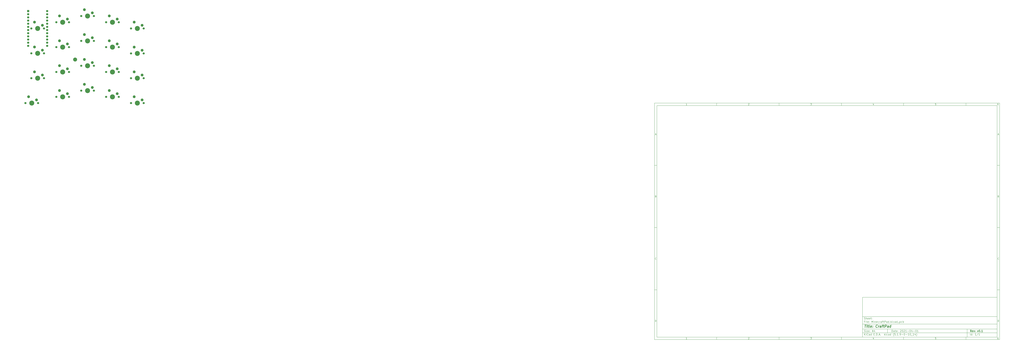
<source format=gbr>
%TF.GenerationSoftware,KiCad,Pcbnew,(5.1.9-0-10_14)*%
%TF.CreationDate,2021-04-02T00:26:10+08:00*%
%TF.ProjectId,MinecraftPad,4d696e65-6372-4616-9674-5061642e6b69,v0.1*%
%TF.SameCoordinates,Original*%
%TF.FileFunction,Soldermask,Bot*%
%TF.FilePolarity,Negative*%
%FSLAX46Y46*%
G04 Gerber Fmt 4.6, Leading zero omitted, Abs format (unit mm)*
G04 Created by KiCad (PCBNEW (5.1.9-0-10_14)) date 2021-04-02 00:26:10*
%MOMM*%
%LPD*%
G01*
G04 APERTURE LIST*
%ADD10C,0.100000*%
%ADD11C,0.150000*%
%ADD12C,0.300000*%
%ADD13C,0.400000*%
%ADD14C,1.700000*%
%ADD15C,4.000000*%
%ADD16C,2.200000*%
%ADD17C,3.200000*%
%ADD18C,1.752600*%
%ADD19R,1.752600X1.752600*%
G04 APERTURE END LIST*
D10*
D11*
X177002200Y-166007200D02*
X177002200Y-198007200D01*
X285002200Y-198007200D01*
X285002200Y-166007200D01*
X177002200Y-166007200D01*
D10*
D11*
X10000000Y-10000000D02*
X10000000Y-200007200D01*
X287002200Y-200007200D01*
X287002200Y-10000000D01*
X10000000Y-10000000D01*
D10*
D11*
X12000000Y-12000000D02*
X12000000Y-198007200D01*
X285002200Y-198007200D01*
X285002200Y-12000000D01*
X12000000Y-12000000D01*
D10*
D11*
X60000000Y-12000000D02*
X60000000Y-10000000D01*
D10*
D11*
X110000000Y-12000000D02*
X110000000Y-10000000D01*
D10*
D11*
X160000000Y-12000000D02*
X160000000Y-10000000D01*
D10*
D11*
X210000000Y-12000000D02*
X210000000Y-10000000D01*
D10*
D11*
X260000000Y-12000000D02*
X260000000Y-10000000D01*
D10*
D11*
X36065476Y-11588095D02*
X35322619Y-11588095D01*
X35694047Y-11588095D02*
X35694047Y-10288095D01*
X35570238Y-10473809D01*
X35446428Y-10597619D01*
X35322619Y-10659523D01*
D10*
D11*
X85322619Y-10411904D02*
X85384523Y-10350000D01*
X85508333Y-10288095D01*
X85817857Y-10288095D01*
X85941666Y-10350000D01*
X86003571Y-10411904D01*
X86065476Y-10535714D01*
X86065476Y-10659523D01*
X86003571Y-10845238D01*
X85260714Y-11588095D01*
X86065476Y-11588095D01*
D10*
D11*
X135260714Y-10288095D02*
X136065476Y-10288095D01*
X135632142Y-10783333D01*
X135817857Y-10783333D01*
X135941666Y-10845238D01*
X136003571Y-10907142D01*
X136065476Y-11030952D01*
X136065476Y-11340476D01*
X136003571Y-11464285D01*
X135941666Y-11526190D01*
X135817857Y-11588095D01*
X135446428Y-11588095D01*
X135322619Y-11526190D01*
X135260714Y-11464285D01*
D10*
D11*
X185941666Y-10721428D02*
X185941666Y-11588095D01*
X185632142Y-10226190D02*
X185322619Y-11154761D01*
X186127380Y-11154761D01*
D10*
D11*
X236003571Y-10288095D02*
X235384523Y-10288095D01*
X235322619Y-10907142D01*
X235384523Y-10845238D01*
X235508333Y-10783333D01*
X235817857Y-10783333D01*
X235941666Y-10845238D01*
X236003571Y-10907142D01*
X236065476Y-11030952D01*
X236065476Y-11340476D01*
X236003571Y-11464285D01*
X235941666Y-11526190D01*
X235817857Y-11588095D01*
X235508333Y-11588095D01*
X235384523Y-11526190D01*
X235322619Y-11464285D01*
D10*
D11*
X285941666Y-10288095D02*
X285694047Y-10288095D01*
X285570238Y-10350000D01*
X285508333Y-10411904D01*
X285384523Y-10597619D01*
X285322619Y-10845238D01*
X285322619Y-11340476D01*
X285384523Y-11464285D01*
X285446428Y-11526190D01*
X285570238Y-11588095D01*
X285817857Y-11588095D01*
X285941666Y-11526190D01*
X286003571Y-11464285D01*
X286065476Y-11340476D01*
X286065476Y-11030952D01*
X286003571Y-10907142D01*
X285941666Y-10845238D01*
X285817857Y-10783333D01*
X285570238Y-10783333D01*
X285446428Y-10845238D01*
X285384523Y-10907142D01*
X285322619Y-11030952D01*
D10*
D11*
X60000000Y-198007200D02*
X60000000Y-200007200D01*
D10*
D11*
X110000000Y-198007200D02*
X110000000Y-200007200D01*
D10*
D11*
X160000000Y-198007200D02*
X160000000Y-200007200D01*
D10*
D11*
X210000000Y-198007200D02*
X210000000Y-200007200D01*
D10*
D11*
X260000000Y-198007200D02*
X260000000Y-200007200D01*
D10*
D11*
X36065476Y-199595295D02*
X35322619Y-199595295D01*
X35694047Y-199595295D02*
X35694047Y-198295295D01*
X35570238Y-198481009D01*
X35446428Y-198604819D01*
X35322619Y-198666723D01*
D10*
D11*
X85322619Y-198419104D02*
X85384523Y-198357200D01*
X85508333Y-198295295D01*
X85817857Y-198295295D01*
X85941666Y-198357200D01*
X86003571Y-198419104D01*
X86065476Y-198542914D01*
X86065476Y-198666723D01*
X86003571Y-198852438D01*
X85260714Y-199595295D01*
X86065476Y-199595295D01*
D10*
D11*
X135260714Y-198295295D02*
X136065476Y-198295295D01*
X135632142Y-198790533D01*
X135817857Y-198790533D01*
X135941666Y-198852438D01*
X136003571Y-198914342D01*
X136065476Y-199038152D01*
X136065476Y-199347676D01*
X136003571Y-199471485D01*
X135941666Y-199533390D01*
X135817857Y-199595295D01*
X135446428Y-199595295D01*
X135322619Y-199533390D01*
X135260714Y-199471485D01*
D10*
D11*
X185941666Y-198728628D02*
X185941666Y-199595295D01*
X185632142Y-198233390D02*
X185322619Y-199161961D01*
X186127380Y-199161961D01*
D10*
D11*
X236003571Y-198295295D02*
X235384523Y-198295295D01*
X235322619Y-198914342D01*
X235384523Y-198852438D01*
X235508333Y-198790533D01*
X235817857Y-198790533D01*
X235941666Y-198852438D01*
X236003571Y-198914342D01*
X236065476Y-199038152D01*
X236065476Y-199347676D01*
X236003571Y-199471485D01*
X235941666Y-199533390D01*
X235817857Y-199595295D01*
X235508333Y-199595295D01*
X235384523Y-199533390D01*
X235322619Y-199471485D01*
D10*
D11*
X285941666Y-198295295D02*
X285694047Y-198295295D01*
X285570238Y-198357200D01*
X285508333Y-198419104D01*
X285384523Y-198604819D01*
X285322619Y-198852438D01*
X285322619Y-199347676D01*
X285384523Y-199471485D01*
X285446428Y-199533390D01*
X285570238Y-199595295D01*
X285817857Y-199595295D01*
X285941666Y-199533390D01*
X286003571Y-199471485D01*
X286065476Y-199347676D01*
X286065476Y-199038152D01*
X286003571Y-198914342D01*
X285941666Y-198852438D01*
X285817857Y-198790533D01*
X285570238Y-198790533D01*
X285446428Y-198852438D01*
X285384523Y-198914342D01*
X285322619Y-199038152D01*
D10*
D11*
X10000000Y-60000000D02*
X12000000Y-60000000D01*
D10*
D11*
X10000000Y-110000000D02*
X12000000Y-110000000D01*
D10*
D11*
X10000000Y-160000000D02*
X12000000Y-160000000D01*
D10*
D11*
X10690476Y-35216666D02*
X11309523Y-35216666D01*
X10566666Y-35588095D02*
X11000000Y-34288095D01*
X11433333Y-35588095D01*
D10*
D11*
X11092857Y-84907142D02*
X11278571Y-84969047D01*
X11340476Y-85030952D01*
X11402380Y-85154761D01*
X11402380Y-85340476D01*
X11340476Y-85464285D01*
X11278571Y-85526190D01*
X11154761Y-85588095D01*
X10659523Y-85588095D01*
X10659523Y-84288095D01*
X11092857Y-84288095D01*
X11216666Y-84350000D01*
X11278571Y-84411904D01*
X11340476Y-84535714D01*
X11340476Y-84659523D01*
X11278571Y-84783333D01*
X11216666Y-84845238D01*
X11092857Y-84907142D01*
X10659523Y-84907142D01*
D10*
D11*
X11402380Y-135464285D02*
X11340476Y-135526190D01*
X11154761Y-135588095D01*
X11030952Y-135588095D01*
X10845238Y-135526190D01*
X10721428Y-135402380D01*
X10659523Y-135278571D01*
X10597619Y-135030952D01*
X10597619Y-134845238D01*
X10659523Y-134597619D01*
X10721428Y-134473809D01*
X10845238Y-134350000D01*
X11030952Y-134288095D01*
X11154761Y-134288095D01*
X11340476Y-134350000D01*
X11402380Y-134411904D01*
D10*
D11*
X10659523Y-185588095D02*
X10659523Y-184288095D01*
X10969047Y-184288095D01*
X11154761Y-184350000D01*
X11278571Y-184473809D01*
X11340476Y-184597619D01*
X11402380Y-184845238D01*
X11402380Y-185030952D01*
X11340476Y-185278571D01*
X11278571Y-185402380D01*
X11154761Y-185526190D01*
X10969047Y-185588095D01*
X10659523Y-185588095D01*
D10*
D11*
X287002200Y-60000000D02*
X285002200Y-60000000D01*
D10*
D11*
X287002200Y-110000000D02*
X285002200Y-110000000D01*
D10*
D11*
X287002200Y-160000000D02*
X285002200Y-160000000D01*
D10*
D11*
X285692676Y-35216666D02*
X286311723Y-35216666D01*
X285568866Y-35588095D02*
X286002200Y-34288095D01*
X286435533Y-35588095D01*
D10*
D11*
X286095057Y-84907142D02*
X286280771Y-84969047D01*
X286342676Y-85030952D01*
X286404580Y-85154761D01*
X286404580Y-85340476D01*
X286342676Y-85464285D01*
X286280771Y-85526190D01*
X286156961Y-85588095D01*
X285661723Y-85588095D01*
X285661723Y-84288095D01*
X286095057Y-84288095D01*
X286218866Y-84350000D01*
X286280771Y-84411904D01*
X286342676Y-84535714D01*
X286342676Y-84659523D01*
X286280771Y-84783333D01*
X286218866Y-84845238D01*
X286095057Y-84907142D01*
X285661723Y-84907142D01*
D10*
D11*
X286404580Y-135464285D02*
X286342676Y-135526190D01*
X286156961Y-135588095D01*
X286033152Y-135588095D01*
X285847438Y-135526190D01*
X285723628Y-135402380D01*
X285661723Y-135278571D01*
X285599819Y-135030952D01*
X285599819Y-134845238D01*
X285661723Y-134597619D01*
X285723628Y-134473809D01*
X285847438Y-134350000D01*
X286033152Y-134288095D01*
X286156961Y-134288095D01*
X286342676Y-134350000D01*
X286404580Y-134411904D01*
D10*
D11*
X285661723Y-185588095D02*
X285661723Y-184288095D01*
X285971247Y-184288095D01*
X286156961Y-184350000D01*
X286280771Y-184473809D01*
X286342676Y-184597619D01*
X286404580Y-184845238D01*
X286404580Y-185030952D01*
X286342676Y-185278571D01*
X286280771Y-185402380D01*
X286156961Y-185526190D01*
X285971247Y-185588095D01*
X285661723Y-185588095D01*
D10*
D11*
X200434342Y-193785771D02*
X200434342Y-192285771D01*
X200791485Y-192285771D01*
X201005771Y-192357200D01*
X201148628Y-192500057D01*
X201220057Y-192642914D01*
X201291485Y-192928628D01*
X201291485Y-193142914D01*
X201220057Y-193428628D01*
X201148628Y-193571485D01*
X201005771Y-193714342D01*
X200791485Y-193785771D01*
X200434342Y-193785771D01*
X202577200Y-193785771D02*
X202577200Y-193000057D01*
X202505771Y-192857200D01*
X202362914Y-192785771D01*
X202077200Y-192785771D01*
X201934342Y-192857200D01*
X202577200Y-193714342D02*
X202434342Y-193785771D01*
X202077200Y-193785771D01*
X201934342Y-193714342D01*
X201862914Y-193571485D01*
X201862914Y-193428628D01*
X201934342Y-193285771D01*
X202077200Y-193214342D01*
X202434342Y-193214342D01*
X202577200Y-193142914D01*
X203077200Y-192785771D02*
X203648628Y-192785771D01*
X203291485Y-192285771D02*
X203291485Y-193571485D01*
X203362914Y-193714342D01*
X203505771Y-193785771D01*
X203648628Y-193785771D01*
X204720057Y-193714342D02*
X204577200Y-193785771D01*
X204291485Y-193785771D01*
X204148628Y-193714342D01*
X204077200Y-193571485D01*
X204077200Y-193000057D01*
X204148628Y-192857200D01*
X204291485Y-192785771D01*
X204577200Y-192785771D01*
X204720057Y-192857200D01*
X204791485Y-193000057D01*
X204791485Y-193142914D01*
X204077200Y-193285771D01*
X205434342Y-193642914D02*
X205505771Y-193714342D01*
X205434342Y-193785771D01*
X205362914Y-193714342D01*
X205434342Y-193642914D01*
X205434342Y-193785771D01*
X205434342Y-192857200D02*
X205505771Y-192928628D01*
X205434342Y-193000057D01*
X205362914Y-192928628D01*
X205434342Y-192857200D01*
X205434342Y-193000057D01*
X207220057Y-192428628D02*
X207291485Y-192357200D01*
X207434342Y-192285771D01*
X207791485Y-192285771D01*
X207934342Y-192357200D01*
X208005771Y-192428628D01*
X208077200Y-192571485D01*
X208077200Y-192714342D01*
X208005771Y-192928628D01*
X207148628Y-193785771D01*
X208077200Y-193785771D01*
X209005771Y-192285771D02*
X209148628Y-192285771D01*
X209291485Y-192357200D01*
X209362914Y-192428628D01*
X209434342Y-192571485D01*
X209505771Y-192857200D01*
X209505771Y-193214342D01*
X209434342Y-193500057D01*
X209362914Y-193642914D01*
X209291485Y-193714342D01*
X209148628Y-193785771D01*
X209005771Y-193785771D01*
X208862914Y-193714342D01*
X208791485Y-193642914D01*
X208720057Y-193500057D01*
X208648628Y-193214342D01*
X208648628Y-192857200D01*
X208720057Y-192571485D01*
X208791485Y-192428628D01*
X208862914Y-192357200D01*
X209005771Y-192285771D01*
X210077200Y-192428628D02*
X210148628Y-192357200D01*
X210291485Y-192285771D01*
X210648628Y-192285771D01*
X210791485Y-192357200D01*
X210862914Y-192428628D01*
X210934342Y-192571485D01*
X210934342Y-192714342D01*
X210862914Y-192928628D01*
X210005771Y-193785771D01*
X210934342Y-193785771D01*
X212362914Y-193785771D02*
X211505771Y-193785771D01*
X211934342Y-193785771D02*
X211934342Y-192285771D01*
X211791485Y-192500057D01*
X211648628Y-192642914D01*
X211505771Y-192714342D01*
X213005771Y-193214342D02*
X214148628Y-193214342D01*
X215148628Y-192285771D02*
X215291485Y-192285771D01*
X215434342Y-192357200D01*
X215505771Y-192428628D01*
X215577200Y-192571485D01*
X215648628Y-192857200D01*
X215648628Y-193214342D01*
X215577200Y-193500057D01*
X215505771Y-193642914D01*
X215434342Y-193714342D01*
X215291485Y-193785771D01*
X215148628Y-193785771D01*
X215005771Y-193714342D01*
X214934342Y-193642914D01*
X214862914Y-193500057D01*
X214791485Y-193214342D01*
X214791485Y-192857200D01*
X214862914Y-192571485D01*
X214934342Y-192428628D01*
X215005771Y-192357200D01*
X215148628Y-192285771D01*
X216934342Y-192785771D02*
X216934342Y-193785771D01*
X216577200Y-192214342D02*
X216220057Y-193285771D01*
X217148628Y-193285771D01*
X217720057Y-193214342D02*
X218862914Y-193214342D01*
X219862914Y-192285771D02*
X220005771Y-192285771D01*
X220148628Y-192357200D01*
X220220057Y-192428628D01*
X220291485Y-192571485D01*
X220362914Y-192857200D01*
X220362914Y-193214342D01*
X220291485Y-193500057D01*
X220220057Y-193642914D01*
X220148628Y-193714342D01*
X220005771Y-193785771D01*
X219862914Y-193785771D01*
X219720057Y-193714342D01*
X219648628Y-193642914D01*
X219577200Y-193500057D01*
X219505771Y-193214342D01*
X219505771Y-192857200D01*
X219577200Y-192571485D01*
X219648628Y-192428628D01*
X219720057Y-192357200D01*
X219862914Y-192285771D01*
X221791485Y-193785771D02*
X220934342Y-193785771D01*
X221362914Y-193785771D02*
X221362914Y-192285771D01*
X221220057Y-192500057D01*
X221077200Y-192642914D01*
X220934342Y-192714342D01*
D10*
D11*
X177002200Y-194507200D02*
X285002200Y-194507200D01*
D10*
D11*
X178434342Y-196585771D02*
X178434342Y-195085771D01*
X179291485Y-196585771D02*
X178648628Y-195728628D01*
X179291485Y-195085771D02*
X178434342Y-195942914D01*
X179934342Y-196585771D02*
X179934342Y-195585771D01*
X179934342Y-195085771D02*
X179862914Y-195157200D01*
X179934342Y-195228628D01*
X180005771Y-195157200D01*
X179934342Y-195085771D01*
X179934342Y-195228628D01*
X181505771Y-196442914D02*
X181434342Y-196514342D01*
X181220057Y-196585771D01*
X181077200Y-196585771D01*
X180862914Y-196514342D01*
X180720057Y-196371485D01*
X180648628Y-196228628D01*
X180577200Y-195942914D01*
X180577200Y-195728628D01*
X180648628Y-195442914D01*
X180720057Y-195300057D01*
X180862914Y-195157200D01*
X181077200Y-195085771D01*
X181220057Y-195085771D01*
X181434342Y-195157200D01*
X181505771Y-195228628D01*
X182791485Y-196585771D02*
X182791485Y-195800057D01*
X182720057Y-195657200D01*
X182577200Y-195585771D01*
X182291485Y-195585771D01*
X182148628Y-195657200D01*
X182791485Y-196514342D02*
X182648628Y-196585771D01*
X182291485Y-196585771D01*
X182148628Y-196514342D01*
X182077200Y-196371485D01*
X182077200Y-196228628D01*
X182148628Y-196085771D01*
X182291485Y-196014342D01*
X182648628Y-196014342D01*
X182791485Y-195942914D01*
X184148628Y-196585771D02*
X184148628Y-195085771D01*
X184148628Y-196514342D02*
X184005771Y-196585771D01*
X183720057Y-196585771D01*
X183577200Y-196514342D01*
X183505771Y-196442914D01*
X183434342Y-196300057D01*
X183434342Y-195871485D01*
X183505771Y-195728628D01*
X183577200Y-195657200D01*
X183720057Y-195585771D01*
X184005771Y-195585771D01*
X184148628Y-195657200D01*
X186005771Y-195800057D02*
X186505771Y-195800057D01*
X186720057Y-196585771D02*
X186005771Y-196585771D01*
X186005771Y-195085771D01*
X186720057Y-195085771D01*
X187362914Y-196442914D02*
X187434342Y-196514342D01*
X187362914Y-196585771D01*
X187291485Y-196514342D01*
X187362914Y-196442914D01*
X187362914Y-196585771D01*
X188077200Y-196585771D02*
X188077200Y-195085771D01*
X188434342Y-195085771D01*
X188648628Y-195157200D01*
X188791485Y-195300057D01*
X188862914Y-195442914D01*
X188934342Y-195728628D01*
X188934342Y-195942914D01*
X188862914Y-196228628D01*
X188791485Y-196371485D01*
X188648628Y-196514342D01*
X188434342Y-196585771D01*
X188077200Y-196585771D01*
X189577200Y-196442914D02*
X189648628Y-196514342D01*
X189577200Y-196585771D01*
X189505771Y-196514342D01*
X189577200Y-196442914D01*
X189577200Y-196585771D01*
X190220057Y-196157200D02*
X190934342Y-196157200D01*
X190077200Y-196585771D02*
X190577200Y-195085771D01*
X191077200Y-196585771D01*
X191577200Y-196442914D02*
X191648628Y-196514342D01*
X191577200Y-196585771D01*
X191505771Y-196514342D01*
X191577200Y-196442914D01*
X191577200Y-196585771D01*
X194577200Y-196585771D02*
X194577200Y-195085771D01*
X194720057Y-196014342D02*
X195148628Y-196585771D01*
X195148628Y-195585771D02*
X194577200Y-196157200D01*
X195791485Y-196585771D02*
X195791485Y-195585771D01*
X195791485Y-195085771D02*
X195720057Y-195157200D01*
X195791485Y-195228628D01*
X195862914Y-195157200D01*
X195791485Y-195085771D01*
X195791485Y-195228628D01*
X197148628Y-196514342D02*
X197005771Y-196585771D01*
X196720057Y-196585771D01*
X196577200Y-196514342D01*
X196505771Y-196442914D01*
X196434342Y-196300057D01*
X196434342Y-195871485D01*
X196505771Y-195728628D01*
X196577200Y-195657200D01*
X196720057Y-195585771D01*
X197005771Y-195585771D01*
X197148628Y-195657200D01*
X198434342Y-196585771D02*
X198434342Y-195800057D01*
X198362914Y-195657200D01*
X198220057Y-195585771D01*
X197934342Y-195585771D01*
X197791485Y-195657200D01*
X198434342Y-196514342D02*
X198291485Y-196585771D01*
X197934342Y-196585771D01*
X197791485Y-196514342D01*
X197720057Y-196371485D01*
X197720057Y-196228628D01*
X197791485Y-196085771D01*
X197934342Y-196014342D01*
X198291485Y-196014342D01*
X198434342Y-195942914D01*
X199791485Y-196585771D02*
X199791485Y-195085771D01*
X199791485Y-196514342D02*
X199648628Y-196585771D01*
X199362914Y-196585771D01*
X199220057Y-196514342D01*
X199148628Y-196442914D01*
X199077200Y-196300057D01*
X199077200Y-195871485D01*
X199148628Y-195728628D01*
X199220057Y-195657200D01*
X199362914Y-195585771D01*
X199648628Y-195585771D01*
X199791485Y-195657200D01*
X202077200Y-197157200D02*
X202005771Y-197085771D01*
X201862914Y-196871485D01*
X201791485Y-196728628D01*
X201720057Y-196514342D01*
X201648628Y-196157200D01*
X201648628Y-195871485D01*
X201720057Y-195514342D01*
X201791485Y-195300057D01*
X201862914Y-195157200D01*
X202005771Y-194942914D01*
X202077200Y-194871485D01*
X203362914Y-195085771D02*
X202648628Y-195085771D01*
X202577200Y-195800057D01*
X202648628Y-195728628D01*
X202791485Y-195657200D01*
X203148628Y-195657200D01*
X203291485Y-195728628D01*
X203362914Y-195800057D01*
X203434342Y-195942914D01*
X203434342Y-196300057D01*
X203362914Y-196442914D01*
X203291485Y-196514342D01*
X203148628Y-196585771D01*
X202791485Y-196585771D01*
X202648628Y-196514342D01*
X202577200Y-196442914D01*
X204077200Y-196442914D02*
X204148628Y-196514342D01*
X204077200Y-196585771D01*
X204005771Y-196514342D01*
X204077200Y-196442914D01*
X204077200Y-196585771D01*
X205577200Y-196585771D02*
X204720057Y-196585771D01*
X205148628Y-196585771D02*
X205148628Y-195085771D01*
X205005771Y-195300057D01*
X204862914Y-195442914D01*
X204720057Y-195514342D01*
X206220057Y-196442914D02*
X206291485Y-196514342D01*
X206220057Y-196585771D01*
X206148628Y-196514342D01*
X206220057Y-196442914D01*
X206220057Y-196585771D01*
X207005771Y-196585771D02*
X207291485Y-196585771D01*
X207434342Y-196514342D01*
X207505771Y-196442914D01*
X207648628Y-196228628D01*
X207720057Y-195942914D01*
X207720057Y-195371485D01*
X207648628Y-195228628D01*
X207577200Y-195157200D01*
X207434342Y-195085771D01*
X207148628Y-195085771D01*
X207005771Y-195157200D01*
X206934342Y-195228628D01*
X206862914Y-195371485D01*
X206862914Y-195728628D01*
X206934342Y-195871485D01*
X207005771Y-195942914D01*
X207148628Y-196014342D01*
X207434342Y-196014342D01*
X207577200Y-195942914D01*
X207648628Y-195871485D01*
X207720057Y-195728628D01*
X208362914Y-196014342D02*
X209505771Y-196014342D01*
X210505771Y-195085771D02*
X210648628Y-195085771D01*
X210791485Y-195157200D01*
X210862914Y-195228628D01*
X210934342Y-195371485D01*
X211005771Y-195657200D01*
X211005771Y-196014342D01*
X210934342Y-196300057D01*
X210862914Y-196442914D01*
X210791485Y-196514342D01*
X210648628Y-196585771D01*
X210505771Y-196585771D01*
X210362914Y-196514342D01*
X210291485Y-196442914D01*
X210220057Y-196300057D01*
X210148628Y-196014342D01*
X210148628Y-195657200D01*
X210220057Y-195371485D01*
X210291485Y-195228628D01*
X210362914Y-195157200D01*
X210505771Y-195085771D01*
X211648628Y-196014342D02*
X212791485Y-196014342D01*
X214291485Y-196585771D02*
X213434342Y-196585771D01*
X213862914Y-196585771D02*
X213862914Y-195085771D01*
X213720057Y-195300057D01*
X213577200Y-195442914D01*
X213434342Y-195514342D01*
X215220057Y-195085771D02*
X215362914Y-195085771D01*
X215505771Y-195157200D01*
X215577200Y-195228628D01*
X215648628Y-195371485D01*
X215720057Y-195657200D01*
X215720057Y-196014342D01*
X215648628Y-196300057D01*
X215577200Y-196442914D01*
X215505771Y-196514342D01*
X215362914Y-196585771D01*
X215220057Y-196585771D01*
X215077200Y-196514342D01*
X215005771Y-196442914D01*
X214934342Y-196300057D01*
X214862914Y-196014342D01*
X214862914Y-195657200D01*
X214934342Y-195371485D01*
X215005771Y-195228628D01*
X215077200Y-195157200D01*
X215220057Y-195085771D01*
X216005771Y-196728628D02*
X217148628Y-196728628D01*
X218291485Y-196585771D02*
X217434342Y-196585771D01*
X217862914Y-196585771D02*
X217862914Y-195085771D01*
X217720057Y-195300057D01*
X217577200Y-195442914D01*
X217434342Y-195514342D01*
X219577200Y-195585771D02*
X219577200Y-196585771D01*
X219220057Y-195014342D02*
X218862914Y-196085771D01*
X219791485Y-196085771D01*
X220220057Y-197157200D02*
X220291485Y-197085771D01*
X220434342Y-196871485D01*
X220505771Y-196728628D01*
X220577200Y-196514342D01*
X220648628Y-196157200D01*
X220648628Y-195871485D01*
X220577200Y-195514342D01*
X220505771Y-195300057D01*
X220434342Y-195157200D01*
X220291485Y-194942914D01*
X220220057Y-194871485D01*
D10*
D11*
X177002200Y-191507200D02*
X285002200Y-191507200D01*
D10*
D12*
X264411485Y-193785771D02*
X263911485Y-193071485D01*
X263554342Y-193785771D02*
X263554342Y-192285771D01*
X264125771Y-192285771D01*
X264268628Y-192357200D01*
X264340057Y-192428628D01*
X264411485Y-192571485D01*
X264411485Y-192785771D01*
X264340057Y-192928628D01*
X264268628Y-193000057D01*
X264125771Y-193071485D01*
X263554342Y-193071485D01*
X265625771Y-193714342D02*
X265482914Y-193785771D01*
X265197200Y-193785771D01*
X265054342Y-193714342D01*
X264982914Y-193571485D01*
X264982914Y-193000057D01*
X265054342Y-192857200D01*
X265197200Y-192785771D01*
X265482914Y-192785771D01*
X265625771Y-192857200D01*
X265697200Y-193000057D01*
X265697200Y-193142914D01*
X264982914Y-193285771D01*
X266197200Y-192785771D02*
X266554342Y-193785771D01*
X266911485Y-192785771D01*
X267482914Y-193642914D02*
X267554342Y-193714342D01*
X267482914Y-193785771D01*
X267411485Y-193714342D01*
X267482914Y-193642914D01*
X267482914Y-193785771D01*
X267482914Y-192857200D02*
X267554342Y-192928628D01*
X267482914Y-193000057D01*
X267411485Y-192928628D01*
X267482914Y-192857200D01*
X267482914Y-193000057D01*
X269197200Y-192785771D02*
X269554342Y-193785771D01*
X269911485Y-192785771D01*
X270768628Y-192285771D02*
X270911485Y-192285771D01*
X271054342Y-192357200D01*
X271125771Y-192428628D01*
X271197200Y-192571485D01*
X271268628Y-192857200D01*
X271268628Y-193214342D01*
X271197200Y-193500057D01*
X271125771Y-193642914D01*
X271054342Y-193714342D01*
X270911485Y-193785771D01*
X270768628Y-193785771D01*
X270625771Y-193714342D01*
X270554342Y-193642914D01*
X270482914Y-193500057D01*
X270411485Y-193214342D01*
X270411485Y-192857200D01*
X270482914Y-192571485D01*
X270554342Y-192428628D01*
X270625771Y-192357200D01*
X270768628Y-192285771D01*
X271911485Y-193642914D02*
X271982914Y-193714342D01*
X271911485Y-193785771D01*
X271840057Y-193714342D01*
X271911485Y-193642914D01*
X271911485Y-193785771D01*
X273411485Y-193785771D02*
X272554342Y-193785771D01*
X272982914Y-193785771D02*
X272982914Y-192285771D01*
X272840057Y-192500057D01*
X272697200Y-192642914D01*
X272554342Y-192714342D01*
D10*
D11*
X178362914Y-193714342D02*
X178577200Y-193785771D01*
X178934342Y-193785771D01*
X179077200Y-193714342D01*
X179148628Y-193642914D01*
X179220057Y-193500057D01*
X179220057Y-193357200D01*
X179148628Y-193214342D01*
X179077200Y-193142914D01*
X178934342Y-193071485D01*
X178648628Y-193000057D01*
X178505771Y-192928628D01*
X178434342Y-192857200D01*
X178362914Y-192714342D01*
X178362914Y-192571485D01*
X178434342Y-192428628D01*
X178505771Y-192357200D01*
X178648628Y-192285771D01*
X179005771Y-192285771D01*
X179220057Y-192357200D01*
X179862914Y-193785771D02*
X179862914Y-192785771D01*
X179862914Y-192285771D02*
X179791485Y-192357200D01*
X179862914Y-192428628D01*
X179934342Y-192357200D01*
X179862914Y-192285771D01*
X179862914Y-192428628D01*
X180434342Y-192785771D02*
X181220057Y-192785771D01*
X180434342Y-193785771D01*
X181220057Y-193785771D01*
X182362914Y-193714342D02*
X182220057Y-193785771D01*
X181934342Y-193785771D01*
X181791485Y-193714342D01*
X181720057Y-193571485D01*
X181720057Y-193000057D01*
X181791485Y-192857200D01*
X181934342Y-192785771D01*
X182220057Y-192785771D01*
X182362914Y-192857200D01*
X182434342Y-193000057D01*
X182434342Y-193142914D01*
X181720057Y-193285771D01*
X183077200Y-193642914D02*
X183148628Y-193714342D01*
X183077200Y-193785771D01*
X183005771Y-193714342D01*
X183077200Y-193642914D01*
X183077200Y-193785771D01*
X183077200Y-192857200D02*
X183148628Y-192928628D01*
X183077200Y-193000057D01*
X183005771Y-192928628D01*
X183077200Y-192857200D01*
X183077200Y-193000057D01*
X184862914Y-193357200D02*
X185577200Y-193357200D01*
X184720057Y-193785771D02*
X185220057Y-192285771D01*
X185720057Y-193785771D01*
X186862914Y-192785771D02*
X186862914Y-193785771D01*
X186505771Y-192214342D02*
X186148628Y-193285771D01*
X187077200Y-193285771D01*
D10*
D11*
X263434342Y-196585771D02*
X263434342Y-195085771D01*
X264791485Y-196585771D02*
X264791485Y-195085771D01*
X264791485Y-196514342D02*
X264648628Y-196585771D01*
X264362914Y-196585771D01*
X264220057Y-196514342D01*
X264148628Y-196442914D01*
X264077200Y-196300057D01*
X264077200Y-195871485D01*
X264148628Y-195728628D01*
X264220057Y-195657200D01*
X264362914Y-195585771D01*
X264648628Y-195585771D01*
X264791485Y-195657200D01*
X265505771Y-196442914D02*
X265577200Y-196514342D01*
X265505771Y-196585771D01*
X265434342Y-196514342D01*
X265505771Y-196442914D01*
X265505771Y-196585771D01*
X265505771Y-195657200D02*
X265577200Y-195728628D01*
X265505771Y-195800057D01*
X265434342Y-195728628D01*
X265505771Y-195657200D01*
X265505771Y-195800057D01*
X268148628Y-196585771D02*
X267291485Y-196585771D01*
X267720057Y-196585771D02*
X267720057Y-195085771D01*
X267577200Y-195300057D01*
X267434342Y-195442914D01*
X267291485Y-195514342D01*
X269862914Y-195014342D02*
X268577200Y-196942914D01*
X271148628Y-196585771D02*
X270291485Y-196585771D01*
X270720057Y-196585771D02*
X270720057Y-195085771D01*
X270577200Y-195300057D01*
X270434342Y-195442914D01*
X270291485Y-195514342D01*
D10*
D11*
X177002200Y-187507200D02*
X285002200Y-187507200D01*
D10*
D13*
X178714580Y-188211961D02*
X179857438Y-188211961D01*
X179036009Y-190211961D02*
X179286009Y-188211961D01*
X180274104Y-190211961D02*
X180440771Y-188878628D01*
X180524104Y-188211961D02*
X180416961Y-188307200D01*
X180500295Y-188402438D01*
X180607438Y-188307200D01*
X180524104Y-188211961D01*
X180500295Y-188402438D01*
X181107438Y-188878628D02*
X181869342Y-188878628D01*
X181476485Y-188211961D02*
X181262200Y-189926247D01*
X181333628Y-190116723D01*
X181512200Y-190211961D01*
X181702676Y-190211961D01*
X182655057Y-190211961D02*
X182476485Y-190116723D01*
X182405057Y-189926247D01*
X182619342Y-188211961D01*
X184190771Y-190116723D02*
X183988390Y-190211961D01*
X183607438Y-190211961D01*
X183428866Y-190116723D01*
X183357438Y-189926247D01*
X183452676Y-189164342D01*
X183571723Y-188973866D01*
X183774104Y-188878628D01*
X184155057Y-188878628D01*
X184333628Y-188973866D01*
X184405057Y-189164342D01*
X184381247Y-189354819D01*
X183405057Y-189545295D01*
X185155057Y-190021485D02*
X185238390Y-190116723D01*
X185131247Y-190211961D01*
X185047914Y-190116723D01*
X185155057Y-190021485D01*
X185131247Y-190211961D01*
X185286009Y-188973866D02*
X185369342Y-189069104D01*
X185262200Y-189164342D01*
X185178866Y-189069104D01*
X185286009Y-188973866D01*
X185262200Y-189164342D01*
X188774104Y-190021485D02*
X188666961Y-190116723D01*
X188369342Y-190211961D01*
X188178866Y-190211961D01*
X187905057Y-190116723D01*
X187738390Y-189926247D01*
X187666961Y-189735771D01*
X187619342Y-189354819D01*
X187655057Y-189069104D01*
X187797914Y-188688152D01*
X187916961Y-188497676D01*
X188131247Y-188307200D01*
X188428866Y-188211961D01*
X188619342Y-188211961D01*
X188893152Y-188307200D01*
X188976485Y-188402438D01*
X189607438Y-190211961D02*
X189774104Y-188878628D01*
X189726485Y-189259580D02*
X189845533Y-189069104D01*
X189952676Y-188973866D01*
X190155057Y-188878628D01*
X190345533Y-188878628D01*
X191702676Y-190211961D02*
X191833628Y-189164342D01*
X191762200Y-188973866D01*
X191583628Y-188878628D01*
X191202676Y-188878628D01*
X191000295Y-188973866D01*
X191714580Y-190116723D02*
X191512200Y-190211961D01*
X191036009Y-190211961D01*
X190857438Y-190116723D01*
X190786009Y-189926247D01*
X190809819Y-189735771D01*
X190928866Y-189545295D01*
X191131247Y-189450057D01*
X191607438Y-189450057D01*
X191809819Y-189354819D01*
X192536009Y-188878628D02*
X193297914Y-188878628D01*
X192655057Y-190211961D02*
X192869342Y-188497676D01*
X192988390Y-188307200D01*
X193190771Y-188211961D01*
X193381247Y-188211961D01*
X193678866Y-188878628D02*
X194440771Y-188878628D01*
X194047914Y-188211961D02*
X193833628Y-189926247D01*
X193905057Y-190116723D01*
X194083628Y-190211961D01*
X194274104Y-190211961D01*
X194940771Y-190211961D02*
X195190771Y-188211961D01*
X195952676Y-188211961D01*
X196131247Y-188307200D01*
X196214580Y-188402438D01*
X196286009Y-188592914D01*
X196250295Y-188878628D01*
X196131247Y-189069104D01*
X196024104Y-189164342D01*
X195821723Y-189259580D01*
X195059819Y-189259580D01*
X197797914Y-190211961D02*
X197928866Y-189164342D01*
X197857438Y-188973866D01*
X197678866Y-188878628D01*
X197297914Y-188878628D01*
X197095533Y-188973866D01*
X197809819Y-190116723D02*
X197607438Y-190211961D01*
X197131247Y-190211961D01*
X196952676Y-190116723D01*
X196881247Y-189926247D01*
X196905057Y-189735771D01*
X197024104Y-189545295D01*
X197226485Y-189450057D01*
X197702676Y-189450057D01*
X197905057Y-189354819D01*
X199607438Y-190211961D02*
X199857438Y-188211961D01*
X199619342Y-190116723D02*
X199416961Y-190211961D01*
X199036009Y-190211961D01*
X198857438Y-190116723D01*
X198774104Y-190021485D01*
X198702676Y-189831009D01*
X198774104Y-189259580D01*
X198893152Y-189069104D01*
X199000295Y-188973866D01*
X199202676Y-188878628D01*
X199583628Y-188878628D01*
X199762200Y-188973866D01*
D10*
D11*
X178934342Y-185600057D02*
X178434342Y-185600057D01*
X178434342Y-186385771D02*
X178434342Y-184885771D01*
X179148628Y-184885771D01*
X179720057Y-186385771D02*
X179720057Y-185385771D01*
X179720057Y-184885771D02*
X179648628Y-184957200D01*
X179720057Y-185028628D01*
X179791485Y-184957200D01*
X179720057Y-184885771D01*
X179720057Y-185028628D01*
X180648628Y-186385771D02*
X180505771Y-186314342D01*
X180434342Y-186171485D01*
X180434342Y-184885771D01*
X181791485Y-186314342D02*
X181648628Y-186385771D01*
X181362914Y-186385771D01*
X181220057Y-186314342D01*
X181148628Y-186171485D01*
X181148628Y-185600057D01*
X181220057Y-185457200D01*
X181362914Y-185385771D01*
X181648628Y-185385771D01*
X181791485Y-185457200D01*
X181862914Y-185600057D01*
X181862914Y-185742914D01*
X181148628Y-185885771D01*
X182505771Y-186242914D02*
X182577200Y-186314342D01*
X182505771Y-186385771D01*
X182434342Y-186314342D01*
X182505771Y-186242914D01*
X182505771Y-186385771D01*
X182505771Y-185457200D02*
X182577200Y-185528628D01*
X182505771Y-185600057D01*
X182434342Y-185528628D01*
X182505771Y-185457200D01*
X182505771Y-185600057D01*
X184362914Y-186385771D02*
X184362914Y-184885771D01*
X184862914Y-185957200D01*
X185362914Y-184885771D01*
X185362914Y-186385771D01*
X186077200Y-186385771D02*
X186077200Y-185385771D01*
X186077200Y-184885771D02*
X186005771Y-184957200D01*
X186077200Y-185028628D01*
X186148628Y-184957200D01*
X186077200Y-184885771D01*
X186077200Y-185028628D01*
X186791485Y-185385771D02*
X186791485Y-186385771D01*
X186791485Y-185528628D02*
X186862914Y-185457200D01*
X187005771Y-185385771D01*
X187220057Y-185385771D01*
X187362914Y-185457200D01*
X187434342Y-185600057D01*
X187434342Y-186385771D01*
X188720057Y-186314342D02*
X188577200Y-186385771D01*
X188291485Y-186385771D01*
X188148628Y-186314342D01*
X188077200Y-186171485D01*
X188077200Y-185600057D01*
X188148628Y-185457200D01*
X188291485Y-185385771D01*
X188577200Y-185385771D01*
X188720057Y-185457200D01*
X188791485Y-185600057D01*
X188791485Y-185742914D01*
X188077200Y-185885771D01*
X190077200Y-186314342D02*
X189934342Y-186385771D01*
X189648628Y-186385771D01*
X189505771Y-186314342D01*
X189434342Y-186242914D01*
X189362914Y-186100057D01*
X189362914Y-185671485D01*
X189434342Y-185528628D01*
X189505771Y-185457200D01*
X189648628Y-185385771D01*
X189934342Y-185385771D01*
X190077200Y-185457200D01*
X190720057Y-186385771D02*
X190720057Y-185385771D01*
X190720057Y-185671485D02*
X190791485Y-185528628D01*
X190862914Y-185457200D01*
X191005771Y-185385771D01*
X191148628Y-185385771D01*
X192291485Y-186385771D02*
X192291485Y-185600057D01*
X192220057Y-185457200D01*
X192077200Y-185385771D01*
X191791485Y-185385771D01*
X191648628Y-185457200D01*
X192291485Y-186314342D02*
X192148628Y-186385771D01*
X191791485Y-186385771D01*
X191648628Y-186314342D01*
X191577200Y-186171485D01*
X191577200Y-186028628D01*
X191648628Y-185885771D01*
X191791485Y-185814342D01*
X192148628Y-185814342D01*
X192291485Y-185742914D01*
X192791485Y-185385771D02*
X193362914Y-185385771D01*
X193005771Y-186385771D02*
X193005771Y-185100057D01*
X193077200Y-184957200D01*
X193220057Y-184885771D01*
X193362914Y-184885771D01*
X193648628Y-185385771D02*
X194220057Y-185385771D01*
X193862914Y-184885771D02*
X193862914Y-186171485D01*
X193934342Y-186314342D01*
X194077200Y-186385771D01*
X194220057Y-186385771D01*
X194720057Y-186385771D02*
X194720057Y-184885771D01*
X195291485Y-184885771D01*
X195434342Y-184957200D01*
X195505771Y-185028628D01*
X195577200Y-185171485D01*
X195577200Y-185385771D01*
X195505771Y-185528628D01*
X195434342Y-185600057D01*
X195291485Y-185671485D01*
X194720057Y-185671485D01*
X196862914Y-186385771D02*
X196862914Y-185600057D01*
X196791485Y-185457200D01*
X196648628Y-185385771D01*
X196362914Y-185385771D01*
X196220057Y-185457200D01*
X196862914Y-186314342D02*
X196720057Y-186385771D01*
X196362914Y-186385771D01*
X196220057Y-186314342D01*
X196148628Y-186171485D01*
X196148628Y-186028628D01*
X196220057Y-185885771D01*
X196362914Y-185814342D01*
X196720057Y-185814342D01*
X196862914Y-185742914D01*
X198220057Y-186385771D02*
X198220057Y-184885771D01*
X198220057Y-186314342D02*
X198077200Y-186385771D01*
X197791485Y-186385771D01*
X197648628Y-186314342D01*
X197577200Y-186242914D01*
X197505771Y-186100057D01*
X197505771Y-185671485D01*
X197577200Y-185528628D01*
X197648628Y-185457200D01*
X197791485Y-185385771D01*
X198077200Y-185385771D01*
X198220057Y-185457200D01*
X198934342Y-186242914D02*
X199005771Y-186314342D01*
X198934342Y-186385771D01*
X198862914Y-186314342D01*
X198934342Y-186242914D01*
X198934342Y-186385771D01*
X199648628Y-186385771D02*
X199648628Y-184885771D01*
X199791485Y-185814342D02*
X200220057Y-186385771D01*
X200220057Y-185385771D02*
X199648628Y-185957200D01*
X200862914Y-186385771D02*
X200862914Y-185385771D01*
X200862914Y-184885771D02*
X200791485Y-184957200D01*
X200862914Y-185028628D01*
X200934342Y-184957200D01*
X200862914Y-184885771D01*
X200862914Y-185028628D01*
X202220057Y-186314342D02*
X202077200Y-186385771D01*
X201791485Y-186385771D01*
X201648628Y-186314342D01*
X201577200Y-186242914D01*
X201505771Y-186100057D01*
X201505771Y-185671485D01*
X201577200Y-185528628D01*
X201648628Y-185457200D01*
X201791485Y-185385771D01*
X202077200Y-185385771D01*
X202220057Y-185457200D01*
X203505771Y-186385771D02*
X203505771Y-185600057D01*
X203434342Y-185457200D01*
X203291485Y-185385771D01*
X203005771Y-185385771D01*
X202862914Y-185457200D01*
X203505771Y-186314342D02*
X203362914Y-186385771D01*
X203005771Y-186385771D01*
X202862914Y-186314342D01*
X202791485Y-186171485D01*
X202791485Y-186028628D01*
X202862914Y-185885771D01*
X203005771Y-185814342D01*
X203362914Y-185814342D01*
X203505771Y-185742914D01*
X204862914Y-186385771D02*
X204862914Y-184885771D01*
X204862914Y-186314342D02*
X204720057Y-186385771D01*
X204434342Y-186385771D01*
X204291485Y-186314342D01*
X204220057Y-186242914D01*
X204148628Y-186100057D01*
X204148628Y-185671485D01*
X204220057Y-185528628D01*
X204291485Y-185457200D01*
X204434342Y-185385771D01*
X204720057Y-185385771D01*
X204862914Y-185457200D01*
X205220057Y-186528628D02*
X206362914Y-186528628D01*
X206720057Y-185385771D02*
X206720057Y-186885771D01*
X206720057Y-185457200D02*
X206862914Y-185385771D01*
X207148628Y-185385771D01*
X207291485Y-185457200D01*
X207362914Y-185528628D01*
X207434342Y-185671485D01*
X207434342Y-186100057D01*
X207362914Y-186242914D01*
X207291485Y-186314342D01*
X207148628Y-186385771D01*
X206862914Y-186385771D01*
X206720057Y-186314342D01*
X208720057Y-186314342D02*
X208577200Y-186385771D01*
X208291485Y-186385771D01*
X208148628Y-186314342D01*
X208077200Y-186242914D01*
X208005771Y-186100057D01*
X208005771Y-185671485D01*
X208077200Y-185528628D01*
X208148628Y-185457200D01*
X208291485Y-185385771D01*
X208577200Y-185385771D01*
X208720057Y-185457200D01*
X209362914Y-186385771D02*
X209362914Y-184885771D01*
X209362914Y-185457200D02*
X209505771Y-185385771D01*
X209791485Y-185385771D01*
X209934342Y-185457200D01*
X210005771Y-185528628D01*
X210077200Y-185671485D01*
X210077200Y-186100057D01*
X210005771Y-186242914D01*
X209934342Y-186314342D01*
X209791485Y-186385771D01*
X209505771Y-186385771D01*
X209362914Y-186314342D01*
D10*
D11*
X177002200Y-181507200D02*
X285002200Y-181507200D01*
D10*
D11*
X178362914Y-183614342D02*
X178577200Y-183685771D01*
X178934342Y-183685771D01*
X179077200Y-183614342D01*
X179148628Y-183542914D01*
X179220057Y-183400057D01*
X179220057Y-183257200D01*
X179148628Y-183114342D01*
X179077200Y-183042914D01*
X178934342Y-182971485D01*
X178648628Y-182900057D01*
X178505771Y-182828628D01*
X178434342Y-182757200D01*
X178362914Y-182614342D01*
X178362914Y-182471485D01*
X178434342Y-182328628D01*
X178505771Y-182257200D01*
X178648628Y-182185771D01*
X179005771Y-182185771D01*
X179220057Y-182257200D01*
X179862914Y-183685771D02*
X179862914Y-182185771D01*
X180505771Y-183685771D02*
X180505771Y-182900057D01*
X180434342Y-182757200D01*
X180291485Y-182685771D01*
X180077200Y-182685771D01*
X179934342Y-182757200D01*
X179862914Y-182828628D01*
X181791485Y-183614342D02*
X181648628Y-183685771D01*
X181362914Y-183685771D01*
X181220057Y-183614342D01*
X181148628Y-183471485D01*
X181148628Y-182900057D01*
X181220057Y-182757200D01*
X181362914Y-182685771D01*
X181648628Y-182685771D01*
X181791485Y-182757200D01*
X181862914Y-182900057D01*
X181862914Y-183042914D01*
X181148628Y-183185771D01*
X183077200Y-183614342D02*
X182934342Y-183685771D01*
X182648628Y-183685771D01*
X182505771Y-183614342D01*
X182434342Y-183471485D01*
X182434342Y-182900057D01*
X182505771Y-182757200D01*
X182648628Y-182685771D01*
X182934342Y-182685771D01*
X183077200Y-182757200D01*
X183148628Y-182900057D01*
X183148628Y-183042914D01*
X182434342Y-183185771D01*
X183577200Y-182685771D02*
X184148628Y-182685771D01*
X183791485Y-182185771D02*
X183791485Y-183471485D01*
X183862914Y-183614342D01*
X184005771Y-183685771D01*
X184148628Y-183685771D01*
X184648628Y-183542914D02*
X184720057Y-183614342D01*
X184648628Y-183685771D01*
X184577200Y-183614342D01*
X184648628Y-183542914D01*
X184648628Y-183685771D01*
X184648628Y-182757200D02*
X184720057Y-182828628D01*
X184648628Y-182900057D01*
X184577200Y-182828628D01*
X184648628Y-182757200D01*
X184648628Y-182900057D01*
D10*
D11*
X197002200Y-191507200D02*
X197002200Y-194507200D01*
D10*
D11*
X261002200Y-191507200D02*
X261002200Y-198007200D01*
D14*
%TO.C,SW2*%
X-430080000Y55000000D03*
X-419920000Y55000000D03*
D15*
X-425000000Y55000000D03*
D16*
X-421190000Y57540000D03*
X-427540000Y60080000D03*
%TD*%
D14*
%TO.C,SW1*%
X-410080000Y50000000D03*
X-399920000Y50000000D03*
D15*
X-405000000Y50000000D03*
D16*
X-401190000Y52540000D03*
X-407540000Y55080000D03*
%TD*%
D14*
%TO.C,SW20*%
X-494840000Y-10000000D03*
X-484680000Y-10000000D03*
D15*
X-489760000Y-10000000D03*
D16*
X-485950000Y-7460000D03*
X-492300000Y-4920000D03*
%TD*%
D17*
%TO.C,H1*%
X-455000000Y25000000D03*
%TD*%
D14*
%TO.C,SW19*%
X-470080000Y-5000000D03*
X-459920000Y-5000000D03*
D15*
X-465000000Y-5000000D03*
D16*
X-461190000Y-2460000D03*
X-467540000Y80000D03*
%TD*%
D14*
%TO.C,SW18*%
X-450080000Y0D03*
X-439920000Y0D03*
D15*
X-445000000Y0D03*
D16*
X-441190000Y2540000D03*
X-447540000Y5080000D03*
%TD*%
D14*
%TO.C,SW17*%
X-430080000Y-5000000D03*
X-419920000Y-5000000D03*
D15*
X-425000000Y-5000000D03*
D16*
X-421190000Y-2460000D03*
X-427540000Y80000D03*
%TD*%
D14*
%TO.C,SW16*%
X-410080000Y-10000000D03*
X-399920000Y-10000000D03*
D15*
X-405000000Y-10000000D03*
D16*
X-401190000Y-7460000D03*
X-407540000Y-4920000D03*
%TD*%
D14*
%TO.C,SW15*%
X-490080000Y10000000D03*
X-479920000Y10000000D03*
D15*
X-485000000Y10000000D03*
D16*
X-481190000Y12540000D03*
X-487540000Y15080000D03*
%TD*%
D14*
%TO.C,SW14*%
X-470080000Y15000000D03*
X-459920000Y15000000D03*
D15*
X-465000000Y15000000D03*
D16*
X-461190000Y17540000D03*
X-467540000Y20080000D03*
%TD*%
D14*
%TO.C,SW13*%
X-450080000Y20000000D03*
X-439920000Y20000000D03*
D15*
X-445000000Y20000000D03*
D16*
X-441190000Y22540000D03*
X-447540000Y25080000D03*
%TD*%
D14*
%TO.C,SW12*%
X-430080000Y15000000D03*
X-419920000Y15000000D03*
D15*
X-425000000Y15000000D03*
D16*
X-421190000Y17540000D03*
X-427540000Y20080000D03*
%TD*%
D14*
%TO.C,SW11*%
X-410080000Y10000000D03*
X-399920000Y10000000D03*
D15*
X-405000000Y10000000D03*
D16*
X-401190000Y12540000D03*
X-407540000Y15080000D03*
%TD*%
D14*
%TO.C,SW10*%
X-490080000Y30000000D03*
X-479920000Y30000000D03*
D15*
X-485000000Y30000000D03*
D16*
X-481190000Y32540000D03*
X-487540000Y35080000D03*
%TD*%
D14*
%TO.C,SW9*%
X-470080000Y35000000D03*
X-459920000Y35000000D03*
D15*
X-465000000Y35000000D03*
D16*
X-461190000Y37540000D03*
X-467540000Y40080000D03*
%TD*%
D14*
%TO.C,SW8*%
X-450080000Y40000000D03*
X-439920000Y40000000D03*
D15*
X-445000000Y40000000D03*
D16*
X-441190000Y42540000D03*
X-447540000Y45080000D03*
%TD*%
D14*
%TO.C,SW7*%
X-430080000Y35000000D03*
X-419920000Y35000000D03*
D15*
X-425000000Y35000000D03*
D16*
X-421190000Y37540000D03*
X-427540000Y40080000D03*
%TD*%
D14*
%TO.C,SW6*%
X-410080000Y29920000D03*
X-399920000Y29920000D03*
D15*
X-405000000Y29920000D03*
D16*
X-401190000Y32460000D03*
X-407540000Y35000000D03*
%TD*%
D14*
%TO.C,SW5*%
X-490080000Y50000000D03*
X-479920000Y50000000D03*
D15*
X-485000000Y50000000D03*
D16*
X-481190000Y52540000D03*
X-487540000Y55080000D03*
%TD*%
D14*
%TO.C,SW4*%
X-470080000Y55000000D03*
X-459920000Y55000000D03*
D15*
X-465000000Y55000000D03*
D16*
X-461190000Y57540000D03*
X-467540000Y60080000D03*
%TD*%
D14*
%TO.C,SW3*%
X-450080000Y60000000D03*
X-439920000Y60000000D03*
D15*
X-445000000Y60000000D03*
D16*
X-441190000Y62540000D03*
X-447540000Y65080000D03*
%TD*%
D18*
%TO.C,B1*%
X-477380000Y63970000D03*
X-492620000Y36030000D03*
X-477380000Y61430000D03*
X-477380000Y58890000D03*
X-477380000Y56350000D03*
X-477380000Y53810000D03*
X-477380000Y51270000D03*
X-477380000Y48730000D03*
X-477380000Y46190000D03*
X-477380000Y43650000D03*
X-477380000Y41110000D03*
X-477380000Y38570000D03*
X-477380000Y36030000D03*
X-492620000Y38570000D03*
X-492620000Y41110000D03*
X-492620000Y43650000D03*
X-492620000Y46190000D03*
X-492620000Y48730000D03*
X-492620000Y51270000D03*
X-492620000Y53810000D03*
X-492620000Y56350000D03*
X-492620000Y58890000D03*
X-492620000Y61430000D03*
D19*
X-492620000Y63970000D03*
%TD*%
M02*

</source>
